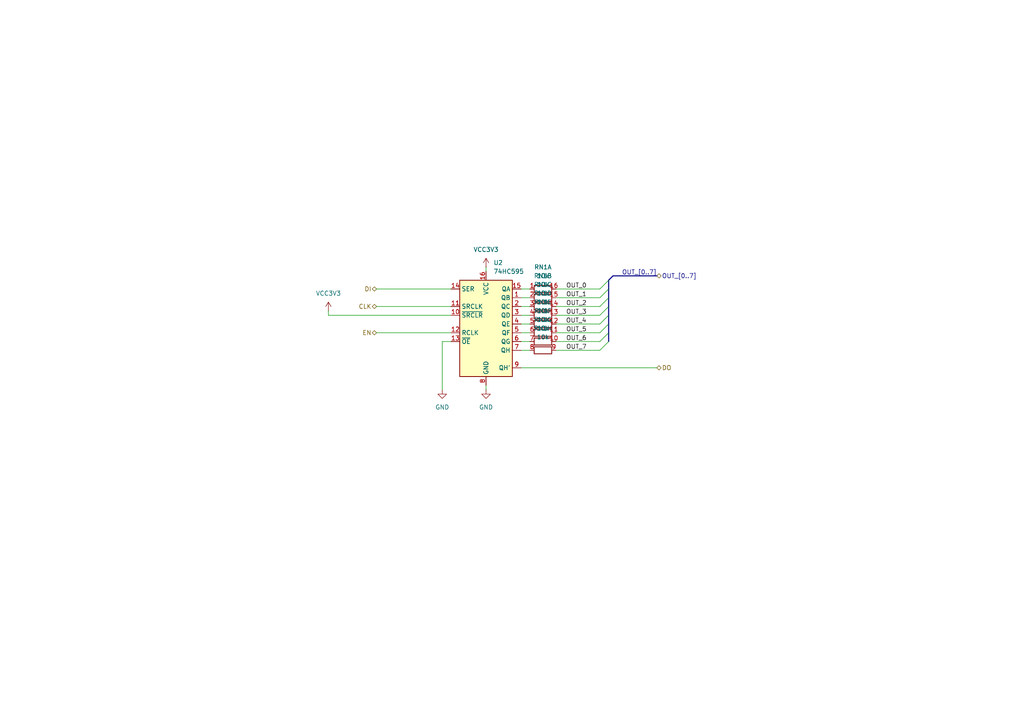
<source format=kicad_sch>
(kicad_sch (version 20250114) (generator "eeschema") (generator_version "9.0")
  (paper "A4")
  (lib_symbols
    (symbol "74xx:74HC595"
      (property "Reference" "U" (at -7.62 13.97 0))
      (property "Value" "74HC595" (at -7.62 -16.51 0))
      (symbol "74HC595_1_0"
        (pin input line (at -10.16 10.16 0) (length 2.54) (name "SER") (number "14"))
        (pin input line (at -10.16 5.08 0) (length 2.54) (name "SRCLK") (number "11"))
        (pin input line (at -10.16 2.54 0) (length 2.54) (name "~{SRCLR}") (number "10"))
        (pin input line (at -10.16 -2.54 0) (length 2.54) (name "RCLK") (number "12"))
        (pin input line (at -10.16 -5.08 0) (length 2.54) (name "~{OE}") (number "13"))
        (pin power_in line (at 0 15.24 270) (length 2.54) (name "VCC") (number "16"))
        (pin power_in line (at 0 -17.78 90) (length 2.54) (name "GND") (number "8"))
        (pin tri_state line (at 10.16 10.16 180) (length 2.54) (name "QA") (number "15"))
        (pin tri_state line (at 10.16 7.62 180) (length 2.54) (name "QB") (number "1"))
        (pin tri_state line (at 10.16 5.08 180) (length 2.54) (name "QC") (number "2"))
        (pin tri_state line (at 10.16 2.54 180) (length 2.54) (name "QD") (number "3"))
        (pin tri_state line (at 10.16 0 180) (length 2.54) (name "QE") (number "4"))
        (pin tri_state line (at 10.16 -2.54 180) (length 2.54) (name "QF") (number "5"))
        (pin tri_state line (at 10.16 -5.08 180) (length 2.54) (name "QG") (number "6"))
        (pin tri_state line (at 10.16 -7.62 180) (length 2.54) (name "QH") (number "7"))
        (pin output line (at 10.16 -12.7 180) (length 2.54) (name "QH'") (number "9"))
      )
      (symbol "74HC595_1_1"
        (rectangle (start -7.62 12.7) (end 7.62 -15.24) (stroke (width 0.254)) (fill (type background)))
      )
    )
    (symbol "Device:R_Pack08_Split" (pin_names (offset 0) (hide yes))
      (property "Reference" "RN" (at 2.032 0 90))
      (property "Value" "R_Pack08_Split" (at 0 0 90))
      (symbol "R_Pack08_Split_0_1"
        (rectangle (start 1.016 2.54) (end -1.016 -2.54) (stroke (width 0.254)))
      )
      (symbol "R_Pack08_Split_1_1"
        (pin passive line (at 0 3.81 270) (length 1.27) (name "R1.2") (number "16"))
        (pin passive line (at 0 -3.81 90) (length 1.27) (name "R1.1") (number "1"))
      )
      (symbol "R_Pack08_Split_2_1"
        (pin passive line (at 0 3.81 270) (length 1.27) (name "R2.2") (number "15"))
        (pin passive line (at 0 -3.81 90) (length 1.27) (name "R2.1") (number "2"))
      )
      (symbol "R_Pack08_Split_3_1"
        (pin passive line (at 0 3.81 270) (length 1.27) (name "R3.2") (number "14"))
        (pin passive line (at 0 -3.81 90) (length 1.27) (name "R3.1") (number "3"))
      )
      (symbol "R_Pack08_Split_4_1"
        (pin passive line (at 0 3.81 270) (length 1.27) (name "R4.2") (number "13"))
        (pin passive line (at 0 -3.81 90) (length 1.27) (name "R4.1") (number "4"))
      )
      (symbol "R_Pack08_Split_5_1"
        (pin passive line (at 0 3.81 270) (length 1.27) (name "R5.2") (number "12"))
        (pin passive line (at 0 -3.81 90) (length 1.27) (name "R5.1") (number "5"))
      )
      (symbol "R_Pack08_Split_6_1"
        (pin passive line (at 0 3.81 270) (length 1.27) (name "R6.2") (number "11"))
        (pin passive line (at 0 -3.81 90) (length 1.27) (name "R6.1") (number "6"))
      )
      (symbol "R_Pack08_Split_7_1"
        (pin passive line (at 0 3.81 270) (length 1.27) (name "R7.2") (number "10"))
        (pin passive line (at 0 -3.81 90) (length 1.27) (name "R7.1") (number "7"))
      )
      (symbol "R_Pack08_Split_8_1"
        (pin passive line (at 0 3.81 270) (length 1.27) (name "R8.2") (number "9"))
        (pin passive line (at 0 -3.81 90) (length 1.27) (name "R8.1") (number "8"))
      )
    )
    (symbol "power:GND" (power) (pin_numbers (hide yes)) (pin_names (offset 0) (hide yes))
      (property "Value" "GND" (at 0 -3.81 0))
      (symbol "GND_0_1"
        (polyline (pts (xy 0 0) (xy 0 -1.27) (xy 1.27 -1.27) (xy 0 -2.54) (xy -1.27 -1.27) (xy 0 -1.27)))
      )
      (symbol "GND_1_1"
        (pin power_in line (at 0 0 270) (length 0) (name "~") (number "1"))
      )
    )
    (symbol "power:VCC" (power) (pin_numbers (hide yes)) (pin_names (offset 0) (hide yes))
      (property "Value" "VCC" (at 0 3.556 0))
      (symbol "VCC_0_1"
        (polyline (pts (xy -0.762 1.27) (xy 0 2.54)))
        (polyline (pts (xy 0 2.54) (xy 0.762 1.27)))
        (polyline (pts (xy 0 0) (xy 0 2.54)))
      )
      (symbol "VCC_1_1"
        (pin power_in line (at 0 0 90) (length 0) (name "~") (number "1"))
      )
    )
  )
  (bus_entry (at 173.99 93.98) (size 2.54 -2.54))
  (bus_entry (at 173.99 96.52) (size 2.54 -2.54))
  (bus_entry (at 173.99 83.82) (size 2.54 -2.54))
  (bus_entry (at 173.99 99.06) (size 2.54 -2.54))
  (bus_entry (at 173.99 88.9) (size 2.54 -2.54))
  (bus_entry (at 173.99 91.44) (size 2.54 -2.54))
  (bus_entry (at 173.99 101.6) (size 2.54 -2.54))
  (bus_entry (at 173.99 86.36) (size 2.54 -2.54))
  (bus (pts (xy 176.53 81.28) (xy 176.53 83.82)))
  (bus (pts (xy 176.53 91.44) (xy 176.53 93.98)))
  (wire (pts (xy 161.29 96.52) (xy 173.99 96.52)))
  (wire (pts (xy 161.29 83.82) (xy 173.99 83.82)))
  (wire (pts (xy 109.22 96.52) (xy 130.81 96.52)))
  (wire (pts (xy 161.29 91.44) (xy 173.99 91.44)))
  (wire (pts (xy 109.22 88.9) (xy 130.81 88.9)))
  (wire (pts (xy 153.67 99.06) (xy 151.13 99.06)))
  (wire (pts (xy 109.22 83.82) (xy 130.81 83.82)))
  (bus (pts (xy 176.53 83.82) (xy 176.53 86.36)))
  (wire (pts (xy 95.25 90.17) (xy 95.25 91.44)))
  (wire (pts (xy 161.29 93.98) (xy 173.99 93.98)))
  (wire (pts (xy 161.29 101.6) (xy 173.99 101.6)))
  (wire (pts (xy 140.97 77.47) (xy 140.97 78.74)))
  (wire (pts (xy 190.5 106.68) (xy 151.13 106.68)))
  (bus (pts (xy 176.53 81.28) (xy 177.8 80.01)))
  (wire (pts (xy 161.29 86.36) (xy 173.99 86.36)))
  (wire (pts (xy 153.67 83.82) (xy 151.13 83.82)))
  (bus (pts (xy 176.53 93.98) (xy 176.53 96.52)))
  (bus (pts (xy 176.53 88.9) (xy 176.53 91.44)))
  (wire (pts (xy 153.67 93.98) (xy 151.13 93.98)))
  (wire (pts (xy 153.67 91.44) (xy 151.13 91.44)))
  (wire (pts (xy 95.25 91.44) (xy 130.81 91.44)))
  (wire (pts (xy 161.29 88.9) (xy 173.99 88.9)))
  (wire (pts (xy 153.67 86.36) (xy 151.13 86.36)))
  (wire (pts (xy 161.29 99.06) (xy 173.99 99.06)))
  (wire (pts (xy 153.67 101.6) (xy 151.13 101.6)))
  (wire (pts (xy 128.27 99.06) (xy 128.27 113.03)))
  (bus (pts (xy 176.53 96.52) (xy 176.53 99.06)))
  (wire (pts (xy 153.67 96.52) (xy 151.13 96.52)))
  (bus (pts (xy 177.8 80.01) (xy 190.5 80.01)))
  (wire (pts (xy 128.27 99.06) (xy 130.81 99.06)))
  (wire (pts (xy 153.67 88.9) (xy 151.13 88.9)))
  (bus (pts (xy 176.53 86.36) (xy 176.53 88.9)))
  (wire (pts (xy 140.97 111.76) (xy 140.97 113.03)))
  (label "OUT_0" (at 170.18 83.82 180))
  (label "OUT_6" (at 170.18 99.06 180))
  (label "OUT_5" (at 170.18 96.52 180))
  (label "OUT_7" (at 170.18 101.6 180))
  (label "OUT_3" (at 170.18 91.44 180))
  (label "OUT_4" (at 170.1313 93.98 180))
  (label "OUT_2" (at 170.18 88.9 180))
  (label "OUT_[0..7]" (at 190.5 80.01 180))
  (label "OUT_1" (at 170.18 86.36 180))
  (hierarchical_label "EN" (shape bidirectional) (at 109.22 96.52 180))
  (hierarchical_label "DO" (shape bidirectional) (at 190.5 106.68 0))
  (hierarchical_label "OUT_[0..7]" (shape bidirectional) (at 190.5 80.01 0))
  (hierarchical_label "DI" (shape bidirectional) (at 109.22 83.82 180))
  (hierarchical_label "CLK" (shape bidirectional) (at 109.22 88.9 180))
  (symbol (lib_id "Device:R_Pack08_Split") (at 157.48 91.44 270) (unit 4)
    (property "Reference" "RN1" (at 157.48 85.09 90))
    (property "Value" "10k" (at 157.48 87.63 90))
    (property "Description" "8 resistor network, parallel topology, split" (effects (hide yes)))
    (property "LCSC" "C422188" (effects (hide yes)))
    (instances (project "Yet-Another-Nixie-Clock" (path "" (reference "RN1") (unit 4)) (path "" (reference "RN7") (unit 4)) (path "" (reference "RN3") (unit 4)) (path "" (reference "RN5") (unit 4)) (path "" (reference "RN4") (unit 4)) (path "" (reference "RN8") (unit 4)) (path "" (reference "RN2") (unit 4)) (path "" (reference "RN6") (unit 4))))
  )
  (symbol (lib_id "Device:R_Pack08_Split") (at 157.48 99.06 270) (unit 7)
    (property "Reference" "RN1" (at 157.48 92.71 90))
    (property "Value" "10k" (at 157.48 95.25 90))
    (property "Description" "8 resistor network, parallel topology, split" (effects (hide yes)))
    (property "LCSC" "C422188" (effects (hide yes)))
    (instances (project "Yet-Another-Nixie-Clock" (path "" (reference "RN1") (unit 7)) (path "" (reference "RN7") (unit 7)) (path "" (reference "RN3") (unit 7)) (path "" (reference "RN5") (unit 7)) (path "" (reference "RN4") (unit 7)) (path "" (reference "RN8") (unit 7)) (path "" (reference "RN2") (unit 7)) (path "" (reference "RN6") (unit 7))))
  )
  (symbol (lib_id "Device:R_Pack08_Split") (at 157.48 96.52 270) (unit 6)
    (property "Reference" "RN1" (at 157.48 90.17 90))
    (property "Value" "10k" (at 157.48 92.71 90))
    (property "Description" "8 resistor network, parallel topology, split" (effects (hide yes)))
    (property "LCSC" "C422188" (effects (hide yes)))
    (instances (project "Yet-Another-Nixie-Clock" (path "" (reference "RN1") (unit 6)) (path "" (reference "RN7") (unit 6)) (path "" (reference "RN3") (unit 6)) (path "" (reference "RN5") (unit 6)) (path "" (reference "RN4") (unit 6)) (path "" (reference "RN8") (unit 6)) (path "" (reference "RN2") (unit 6)) (path "" (reference "RN6") (unit 6))))
  )
  (symbol (lib_id "Device:R_Pack08_Split") (at 157.48 101.6 270) (unit 8)
    (property "Reference" "RN1" (at 157.48 95.25 90))
    (property "Value" "10k" (at 157.48 97.79 90))
    (property "Description" "8 resistor network, parallel topology, split" (effects (hide yes)))
    (property "LCSC" "C422188" (effects (hide yes)))
    (instances (project "Yet-Another-Nixie-Clock" (path "" (reference "RN1") (unit 8)) (path "" (reference "RN7") (unit 8)) (path "" (reference "RN3") (unit 8)) (path "" (reference "RN5") (unit 8)) (path "" (reference "RN4") (unit 8)) (path "" (reference "RN8") (unit 8)) (path "" (reference "RN2") (unit 8)) (path "" (reference "RN6") (unit 8))))
  )
  (symbol (lib_id "power:GND") (at 128.27 113.03 0) (unit 1)
    (property "Reference" "#PWR099" (effects (hide yes)))
    (property "Value" "GND" (at 128.27 118.11 0))
    (property "Description" "Power symbol creates a global label with name \"GND\" , ground" (effects (hide yes)))
    (instances (project "Yet-Another-Nixie-Clock" (path "" (reference "#PWR099") (unit 1)) (path "" (reference "#PWR0122") (unit 1)) (path "" (reference "#PWR0106") (unit 1)) (path "" (reference "#PWR0114") (unit 1)) (path "" (reference "#PWR0110") (unit 1)) (path "" (reference "#PWR0126") (unit 1)) (path "" (reference "#PWR0102") (unit 1)) (path "" (reference "#PWR0118") (unit 1))))
  )
  (symbol (lib_id "power:VCC") (at 140.97 77.47 0) (unit 1)
    (property "Reference" "#PWR096" (effects (hide yes)))
    (property "Value" "VCC3V3" (at 140.97 72.39 0))
    (property "Description" "Power symbol creates a global label with name \"VCC\"" (effects (hide yes)))
    (instances (project "Yet-Another-Nixie-Clock" (path "" (reference "#PWR096") (unit 1)) (path "" (reference "#PWR0120") (unit 1)) (path "" (reference "#PWR0104") (unit 1)) (path "" (reference "#PWR0112") (unit 1)) (path "" (reference "#PWR0108") (unit 1)) (path "" (reference "#PWR0124") (unit 1)) (path "" (reference "#PWR0100") (unit 1)) (path "" (reference "#PWR0116") (unit 1))))
  )
  (symbol (lib_id "power:GND") (at 140.97 113.03 0) (unit 1)
    (property "Reference" "#PWR097" (effects (hide yes)))
    (property "Value" "GND" (at 140.97 118.11 0))
    (property "Description" "Power symbol creates a global label with name \"GND\" , ground" (effects (hide yes)))
    (instances (project "Yet-Another-Nixie-Clock" (path "" (reference "#PWR097") (unit 1)) (path "" (reference "#PWR0123") (unit 1)) (path "" (reference "#PWR0107") (unit 1)) (path "" (reference "#PWR0115") (unit 1)) (path "" (reference "#PWR0111") (unit 1)) (path "" (reference "#PWR0127") (unit 1)) (path "" (reference "#PWR0103") (unit 1)) (path "" (reference "#PWR0119") (unit 1))))
  )
  (symbol (lib_id "Device:R_Pack08_Split") (at 157.48 88.9 270) (unit 3)
    (property "Reference" "RN1" (at 157.48 82.55 90))
    (property "Value" "10k" (at 157.48 85.09 90))
    (property "Description" "8 resistor network, parallel topology, split" (effects (hide yes)))
    (property "LCSC" "C422188" (effects (hide yes)))
    (instances (project "Yet-Another-Nixie-Clock" (path "" (reference "RN1") (unit 3)) (path "" (reference "RN7") (unit 3)) (path "" (reference "RN3") (unit 3)) (path "" (reference "RN5") (unit 3)) (path "" (reference "RN4") (unit 3)) (path "" (reference "RN8") (unit 3)) (path "" (reference "RN2") (unit 3)) (path "" (reference "RN6") (unit 3))))
  )
  (symbol (lib_id "74xx:74HC595") (at 140.97 93.98 0) (unit 1)
    (property "Reference" "U2" (at 143.1133 76.2 0) (effects (justify left)))
    (property "Value" "74HC595" (at 143.1133 78.74 0) (effects (justify left)))
    (property "Footprint" "Package_SO:SOIC-16_3.9x9.9mm_P1.27mm" (effects (hide yes)))
    (property "Datasheet" "http://www.ti.com/lit/ds/symlink/sn74hc595.pdf" (effects (hide yes)))
    (property "Description" "8-bit serial in/out Shift Register 3-State Outputs" (effects (hide yes)))
    (property "LCSC" "C5947" (effects (hide yes)))
    (instances (project "Yet-Another-Nixie-Clock" (path "" (reference "U2") (unit 1)) (path "" (reference "U10") (unit 1)) (path "" (reference "U6") (unit 1)) (path "" (reference "U8") (unit 1)) (path "" (reference "U7") (unit 1)) (path "" (reference "U11") (unit 1)) (path "" (reference "U1") (unit 1)) (path "" (reference "U9") (unit 1))))
  )
  (symbol (lib_id "Device:R_Pack08_Split") (at 157.48 83.82 270) (unit 1)
    (property "Reference" "RN1" (at 157.48 77.47 90))
    (property "Value" "10k" (at 157.48 80.01 90))
    (property "Description" "8 resistor network, parallel topology, split" (effects (hide yes)))
    (property "LCSC" "C422188" (effects (hide yes)))
    (instances (project "Yet-Another-Nixie-Clock" (path "" (reference "RN1") (unit 1)) (path "" (reference "RN7") (unit 1)) (path "" (reference "RN3") (unit 1)) (path "" (reference "RN5") (unit 1)) (path "" (reference "RN4") (unit 1)) (path "" (reference "RN8") (unit 1)) (path "" (reference "RN2") (unit 1)) (path "" (reference "RN6") (unit 1))))
  )
  (symbol (lib_id "Device:R_Pack08_Split") (at 157.48 86.36 270) (unit 2)
    (property "Reference" "RN1" (at 157.48 80.01 90))
    (property "Value" "10k" (at 157.48 82.55 90))
    (property "Description" "8 resistor network, parallel topology, split" (effects (hide yes)))
    (property "LCSC" "C422188" (effects (hide yes)))
    (instances (project "Yet-Another-Nixie-Clock" (path "" (reference "RN1") (unit 2)) (path "" (reference "RN7") (unit 2)) (path "" (reference "RN3") (unit 2)) (path "" (reference "RN5") (unit 2)) (path "" (reference "RN4") (unit 2)) (path "" (reference "RN8") (unit 2)) (path "" (reference "RN2") (unit 2)) (path "" (reference "RN6") (unit 2))))
  )
  (symbol (lib_id "power:VCC") (at 95.25 90.17 0) (unit 1)
    (property "Reference" "#PWR098" (effects (hide yes)))
    (property "Value" "VCC3V3" (at 95.25 85.09 0))
    (property "Description" "Power symbol creates a global label with name \"VCC\"" (effects (hide yes)))
    (instances (project "Yet-Another-Nixie-Clock" (path "" (reference "#PWR098") (unit 1)) (path "" (reference "#PWR0121") (unit 1)) (path "" (reference "#PWR0105") (unit 1)) (path "" (reference "#PWR0113") (unit 1)) (path "" (reference "#PWR0109") (unit 1)) (path "" (reference "#PWR0125") (unit 1)) (path "" (reference "#PWR0101") (unit 1)) (path "" (reference "#PWR0117") (unit 1))))
  )
  (symbol (lib_id "Device:R_Pack08_Split") (at 157.48 93.98 270) (unit 5)
    (property "Reference" "RN1" (at 157.48 87.63 90))
    (property "Value" "10k" (at 157.48 90.17 90))
    (property "Description" "8 resistor network, parallel topology, split" (effects (hide yes)))
    (property "LCSC" "C422188" (effects (hide yes)))
    (instances (project "Yet-Another-Nixie-Clock" (path "" (reference "RN1") (unit 5)) (path "" (reference "RN7") (unit 5)) (path "" (reference "RN3") (unit 5)) (path "" (reference "RN5") (unit 5)) (path "" (reference "RN4") (unit 5)) (path "" (reference "RN8") (unit 5)) (path "" (reference "RN2") (unit 5)) (path "" (reference "RN6") (unit 5))))
  )
)
</source>
